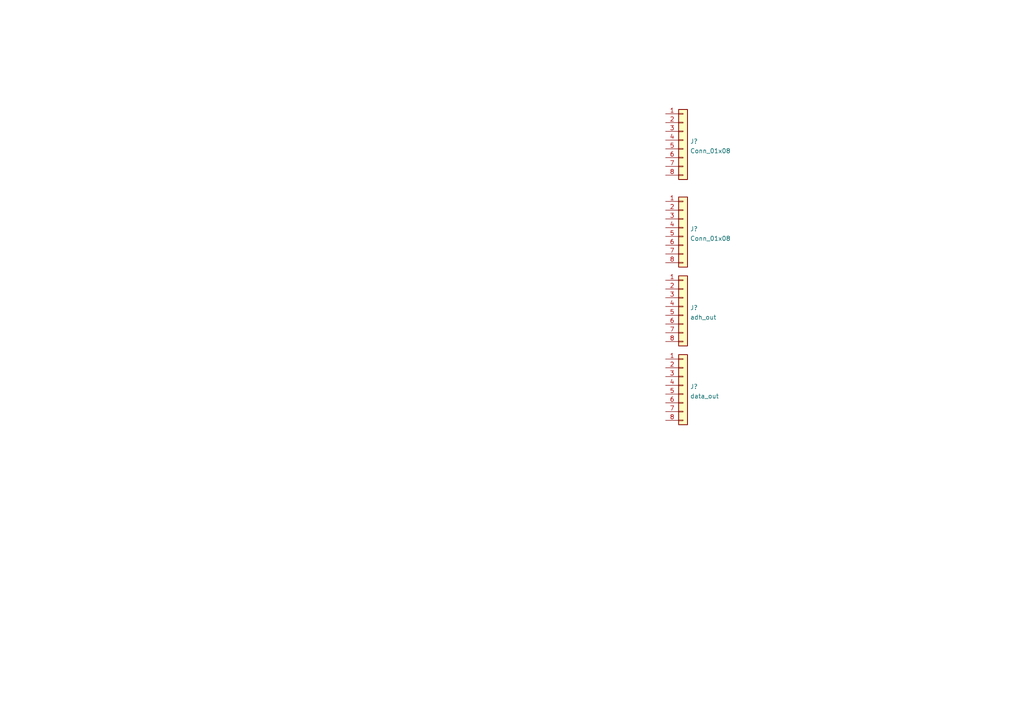
<source format=kicad_sch>
(kicad_sch (version 20211123) (generator eeschema)
  (paper "A4")
  (lib_symbols
    (symbol "Connector_Generic:Conn_01x08" (pin_names (offset 1.016) hide)
      (property "Reference" "J" (at 0 10.16 0))
      (property "Value" "Conn_01x08" (at 0 -12.7 0))
      (symbol "Conn_01x08_1_1"
        (rectangle (start -1.27 -10.033) (end 0 -10.287) (stroke (width 0.1524)))
        (rectangle (start -1.27 -7.493) (end 0 -7.747) (stroke (width 0.1524)))
        (rectangle (start -1.27 -4.953) (end 0 -5.207) (stroke (width 0.1524)))
        (rectangle (start -1.27 -2.413) (end 0 -2.667) (stroke (width 0.1524)))
        (rectangle (start -1.27 0.127) (end 0 -0.127) (stroke (width 0.1524)))
        (rectangle (start -1.27 2.667) (end 0 2.413) (stroke (width 0.1524)))
        (rectangle (start -1.27 5.207) (end 0 4.953) (stroke (width 0.1524)))
        (rectangle (start -1.27 7.747) (end 0 7.493) (stroke (width 0.1524)))
        (rectangle (start -1.27 8.89) (end 1.27 -11.43) (stroke (width 0.254)) (fill (type background)))
        (pin passive line (at -5.08 7.62 0) (length 3.81) (name "Pin_1") (number "1"))
        (pin passive line (at -5.08 5.08 0) (length 3.81) (name "Pin_2") (number "2"))
        (pin passive line (at -5.08 2.54 0) (length 3.81) (name "Pin_3") (number "3"))
        (pin passive line (at -5.08 0 0) (length 3.81) (name "Pin_4") (number "4"))
        (pin passive line (at -5.08 -2.54 0) (length 3.81) (name "Pin_5") (number "5"))
        (pin passive line (at -5.08 -5.08 0) (length 3.81) (name "Pin_6") (number "6"))
        (pin passive line (at -5.08 -7.62 0) (length 3.81) (name "Pin_7") (number "7"))
        (pin passive line (at -5.08 -10.16 0) (length 3.81) (name "Pin_8") (number "8"))
      )
    )
  )
  (symbol (lib_id "Connector_Generic:Conn_01x08") (at 198.12 88.9 0) (unit 1)
    (property "Reference" "J?" (at 200.152 89.2615 0) (effects (justify left)))
    (property "Value" "adh_out" (at 200.152 92.0366 0) (effects (justify left)))
  )
  (symbol (lib_id "Connector_Generic:Conn_01x08") (at 198.12 111.76 0) (unit 1)
    (property "Reference" "J?" (at 200.152 112.1215 0) (effects (justify left)))
    (property "Value" "data_out" (at 200.152 114.8966 0) (effects (justify left)))
  )
  (symbol (lib_id "Connector_Generic:Conn_01x08") (at 198.12 66.04 0) (unit 1)
    (property "Reference" "J?" (at 200.152 66.4015 0) (effects (justify left)))
    (property "Value" "Conn_01x08" (at 200.152 69.1766 0) (effects (justify left)))
  )
  (symbol (lib_id "Connector_Generic:Conn_01x08") (at 198.12 40.64 0) (unit 1)
    (property "Reference" "J?" (at 200.152 41.0015 0) (effects (justify left)))
    (property "Value" "Conn_01x08" (at 200.152 43.7766 0) (effects (justify left)))
  )
)
</source>
